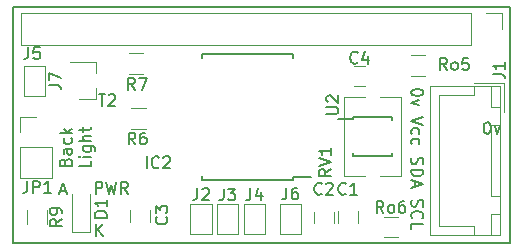
<source format=gbr>
%TF.GenerationSoftware,KiCad,Pcbnew,4.0.7*%
%TF.CreationDate,2018-11-26T14:01:30+00:00*%
%TF.ProjectId,LCD_Controller,4C43445F436F6E74726F6C6C65722E6B,rev?*%
%TF.FileFunction,Legend,Top*%
%FSLAX46Y46*%
G04 Gerber Fmt 4.6, Leading zero omitted, Abs format (unit mm)*
G04 Created by KiCad (PCBNEW 4.0.7) date 11/26/18 14:01:30*
%MOMM*%
%LPD*%
G01*
G04 APERTURE LIST*
%ADD10C,0.150000*%
%ADD11C,0.200000*%
%ADD12C,0.120000*%
G04 APERTURE END LIST*
D10*
X146753295Y-68562481D02*
X146753295Y-67562481D01*
X147324724Y-68562481D02*
X146896152Y-67991052D01*
X147324724Y-67562481D02*
X146753295Y-68133910D01*
X143754505Y-64771567D02*
X144230696Y-64771567D01*
X143659267Y-65057281D02*
X143992600Y-64057281D01*
X144325934Y-65057281D01*
X144188371Y-62313985D02*
X144235990Y-62171128D01*
X144283610Y-62123509D01*
X144378848Y-62075890D01*
X144521705Y-62075890D01*
X144616943Y-62123509D01*
X144664562Y-62171128D01*
X144712181Y-62266366D01*
X144712181Y-62647319D01*
X143712181Y-62647319D01*
X143712181Y-62313985D01*
X143759800Y-62218747D01*
X143807419Y-62171128D01*
X143902657Y-62123509D01*
X143997895Y-62123509D01*
X144093133Y-62171128D01*
X144140752Y-62218747D01*
X144188371Y-62313985D01*
X144188371Y-62647319D01*
X144712181Y-61218747D02*
X144188371Y-61218747D01*
X144093133Y-61266366D01*
X144045514Y-61361604D01*
X144045514Y-61552081D01*
X144093133Y-61647319D01*
X144664562Y-61218747D02*
X144712181Y-61313985D01*
X144712181Y-61552081D01*
X144664562Y-61647319D01*
X144569324Y-61694938D01*
X144474086Y-61694938D01*
X144378848Y-61647319D01*
X144331229Y-61552081D01*
X144331229Y-61313985D01*
X144283610Y-61218747D01*
X144664562Y-60313985D02*
X144712181Y-60409223D01*
X144712181Y-60599700D01*
X144664562Y-60694938D01*
X144616943Y-60742557D01*
X144521705Y-60790176D01*
X144235990Y-60790176D01*
X144140752Y-60742557D01*
X144093133Y-60694938D01*
X144045514Y-60599700D01*
X144045514Y-60409223D01*
X144093133Y-60313985D01*
X144712181Y-59885414D02*
X143712181Y-59885414D01*
X144331229Y-59790176D02*
X144712181Y-59504461D01*
X144045514Y-59504461D02*
X144426467Y-59885414D01*
X146362181Y-62218747D02*
X146362181Y-62694938D01*
X145362181Y-62694938D01*
X146362181Y-61885414D02*
X145695514Y-61885414D01*
X145362181Y-61885414D02*
X145409800Y-61933033D01*
X145457419Y-61885414D01*
X145409800Y-61837795D01*
X145362181Y-61885414D01*
X145457419Y-61885414D01*
X145695514Y-60980652D02*
X146505038Y-60980652D01*
X146600276Y-61028271D01*
X146647895Y-61075890D01*
X146695514Y-61171129D01*
X146695514Y-61313986D01*
X146647895Y-61409224D01*
X146314562Y-60980652D02*
X146362181Y-61075890D01*
X146362181Y-61266367D01*
X146314562Y-61361605D01*
X146266943Y-61409224D01*
X146171705Y-61456843D01*
X145885990Y-61456843D01*
X145790752Y-61409224D01*
X145743133Y-61361605D01*
X145695514Y-61266367D01*
X145695514Y-61075890D01*
X145743133Y-60980652D01*
X146362181Y-60504462D02*
X145362181Y-60504462D01*
X146362181Y-60075890D02*
X145838371Y-60075890D01*
X145743133Y-60123509D01*
X145695514Y-60218747D01*
X145695514Y-60361605D01*
X145743133Y-60456843D01*
X145790752Y-60504462D01*
X145695514Y-59742557D02*
X145695514Y-59361605D01*
X145362181Y-59599700D02*
X146219324Y-59599700D01*
X146314562Y-59552081D01*
X146362181Y-59456843D01*
X146362181Y-59361605D01*
X146735967Y-65006481D02*
X146735967Y-64006481D01*
X147116920Y-64006481D01*
X147212158Y-64054100D01*
X147259777Y-64101719D01*
X147307396Y-64196957D01*
X147307396Y-64339814D01*
X147259777Y-64435052D01*
X147212158Y-64482671D01*
X147116920Y-64530290D01*
X146735967Y-64530290D01*
X147640729Y-64006481D02*
X147878824Y-65006481D01*
X148069301Y-64292195D01*
X148259777Y-65006481D01*
X148497872Y-64006481D01*
X149450253Y-65006481D02*
X149116919Y-64530290D01*
X148878824Y-65006481D02*
X148878824Y-64006481D01*
X149259777Y-64006481D01*
X149355015Y-64054100D01*
X149402634Y-64101719D01*
X149450253Y-64196957D01*
X149450253Y-64339814D01*
X149402634Y-64435052D01*
X149355015Y-64482671D01*
X149259777Y-64530290D01*
X148878824Y-64530290D01*
X174474119Y-56383942D02*
X174474119Y-56479181D01*
X174426500Y-56574419D01*
X174378881Y-56622038D01*
X174283643Y-56669657D01*
X174093167Y-56717276D01*
X173855071Y-56717276D01*
X173664595Y-56669657D01*
X173569357Y-56622038D01*
X173521738Y-56574419D01*
X173474119Y-56479181D01*
X173474119Y-56383942D01*
X173521738Y-56288704D01*
X173569357Y-56241085D01*
X173664595Y-56193466D01*
X173855071Y-56145847D01*
X174093167Y-56145847D01*
X174283643Y-56193466D01*
X174378881Y-56241085D01*
X174426500Y-56288704D01*
X174474119Y-56383942D01*
X174140786Y-57050609D02*
X173474119Y-57288704D01*
X174140786Y-57526800D01*
X174474119Y-58526800D02*
X173474119Y-58860133D01*
X174474119Y-59193467D01*
X173521738Y-59955372D02*
X173474119Y-59860134D01*
X173474119Y-59669657D01*
X173521738Y-59574419D01*
X173569357Y-59526800D01*
X173664595Y-59479181D01*
X173950310Y-59479181D01*
X174045548Y-59526800D01*
X174093167Y-59574419D01*
X174140786Y-59669657D01*
X174140786Y-59860134D01*
X174093167Y-59955372D01*
X173521738Y-60812515D02*
X173474119Y-60717277D01*
X173474119Y-60526800D01*
X173521738Y-60431562D01*
X173569357Y-60383943D01*
X173664595Y-60336324D01*
X173950310Y-60336324D01*
X174045548Y-60383943D01*
X174093167Y-60431562D01*
X174140786Y-60526800D01*
X174140786Y-60717277D01*
X174093167Y-60812515D01*
X173521738Y-61955372D02*
X173474119Y-62098229D01*
X173474119Y-62336325D01*
X173521738Y-62431563D01*
X173569357Y-62479182D01*
X173664595Y-62526801D01*
X173759833Y-62526801D01*
X173855071Y-62479182D01*
X173902690Y-62431563D01*
X173950310Y-62336325D01*
X173997929Y-62145848D01*
X174045548Y-62050610D01*
X174093167Y-62002991D01*
X174188405Y-61955372D01*
X174283643Y-61955372D01*
X174378881Y-62002991D01*
X174426500Y-62050610D01*
X174474119Y-62145848D01*
X174474119Y-62383944D01*
X174426500Y-62526801D01*
X173474119Y-62955372D02*
X174474119Y-62955372D01*
X174474119Y-63193467D01*
X174426500Y-63336325D01*
X174331262Y-63431563D01*
X174236024Y-63479182D01*
X174045548Y-63526801D01*
X173902690Y-63526801D01*
X173712214Y-63479182D01*
X173616976Y-63431563D01*
X173521738Y-63336325D01*
X173474119Y-63193467D01*
X173474119Y-62955372D01*
X173759833Y-63907753D02*
X173759833Y-64383944D01*
X173474119Y-63812515D02*
X174474119Y-64145848D01*
X173474119Y-64479182D01*
X173521738Y-65526801D02*
X173474119Y-65669658D01*
X173474119Y-65907754D01*
X173521738Y-66002992D01*
X173569357Y-66050611D01*
X173664595Y-66098230D01*
X173759833Y-66098230D01*
X173855071Y-66050611D01*
X173902690Y-66002992D01*
X173950310Y-65907754D01*
X173997929Y-65717277D01*
X174045548Y-65622039D01*
X174093167Y-65574420D01*
X174188405Y-65526801D01*
X174283643Y-65526801D01*
X174378881Y-65574420D01*
X174426500Y-65622039D01*
X174474119Y-65717277D01*
X174474119Y-65955373D01*
X174426500Y-66098230D01*
X173569357Y-67098230D02*
X173521738Y-67050611D01*
X173474119Y-66907754D01*
X173474119Y-66812516D01*
X173521738Y-66669658D01*
X173616976Y-66574420D01*
X173712214Y-66526801D01*
X173902690Y-66479182D01*
X174045548Y-66479182D01*
X174236024Y-66526801D01*
X174331262Y-66574420D01*
X174426500Y-66669658D01*
X174474119Y-66812516D01*
X174474119Y-66907754D01*
X174426500Y-67050611D01*
X174378881Y-67098230D01*
X173474119Y-68002992D02*
X173474119Y-67526801D01*
X174474119Y-67526801D01*
D11*
X179847928Y-58939181D02*
X179943167Y-58939181D01*
X180038405Y-58986800D01*
X180086024Y-59034419D01*
X180133643Y-59129657D01*
X180181262Y-59320133D01*
X180181262Y-59558229D01*
X180133643Y-59748705D01*
X180086024Y-59843943D01*
X180038405Y-59891562D01*
X179943167Y-59939181D01*
X179847928Y-59939181D01*
X179752690Y-59891562D01*
X179705071Y-59843943D01*
X179657452Y-59748705D01*
X179609833Y-59558229D01*
X179609833Y-59320133D01*
X179657452Y-59129657D01*
X179705071Y-59034419D01*
X179752690Y-58986800D01*
X179847928Y-58939181D01*
X180514595Y-59272514D02*
X180752690Y-59939181D01*
X180990786Y-59272514D01*
D10*
X181787800Y-69189600D02*
X181787800Y-49174400D01*
X139776200Y-69189600D02*
X181787800Y-69189600D01*
X139776200Y-49174400D02*
X139776200Y-69189600D01*
X181813200Y-49174400D02*
X139776200Y-49174400D01*
D12*
X167234500Y-66479800D02*
X167234500Y-67479800D01*
X168934500Y-67479800D02*
X168934500Y-66479800D01*
X165215200Y-66517900D02*
X165215200Y-67517900D01*
X166915200Y-67517900D02*
X166915200Y-66517900D01*
X149670400Y-66390900D02*
X149670400Y-67390900D01*
X151370400Y-67390900D02*
X151370400Y-66390900D01*
X169587800Y-54179100D02*
X168587800Y-54179100D01*
X168587800Y-55879100D02*
X169587800Y-55879100D01*
X146266600Y-65052700D02*
X146266600Y-68252700D01*
X144766600Y-68252700D02*
X144766600Y-65052700D01*
X144766600Y-68252700D02*
X146266600Y-68252700D01*
D10*
X163463200Y-63833900D02*
X163463200Y-63558900D01*
X155713200Y-63833900D02*
X155713200Y-63478900D01*
X155713200Y-53183900D02*
X155713200Y-53538900D01*
X163463200Y-53183900D02*
X163463200Y-53538900D01*
X163463200Y-63833900D02*
X155713200Y-63833900D01*
X163463200Y-53183900D02*
X155713200Y-53183900D01*
X163463200Y-63558900D02*
X164988200Y-63558900D01*
D12*
X154773900Y-65874900D02*
X154773900Y-68414900D01*
X156553900Y-68414900D02*
X156553900Y-65874900D01*
X156553900Y-68414900D02*
X154773900Y-68414900D01*
X154773900Y-65874900D02*
X156553900Y-65874900D01*
X157021800Y-65887600D02*
X157021800Y-68427600D01*
X158801800Y-68427600D02*
X158801800Y-65887600D01*
X158801800Y-68427600D02*
X157021800Y-68427600D01*
X157021800Y-65887600D02*
X158801800Y-65887600D01*
X159269700Y-65887600D02*
X159269700Y-68427600D01*
X161049700Y-68427600D02*
X161049700Y-65887600D01*
X161049700Y-68427600D02*
X159269700Y-68427600D01*
X159269700Y-65887600D02*
X161049700Y-65887600D01*
X140402000Y-49724000D02*
X140402000Y-52384000D01*
X178562000Y-49724000D02*
X140402000Y-49724000D01*
X178562000Y-52384000D02*
X140402000Y-52384000D01*
X178562000Y-49724000D02*
X178562000Y-52384000D01*
X179832000Y-49724000D02*
X181162000Y-49724000D01*
X181162000Y-49724000D02*
X181162000Y-51054000D01*
X162381200Y-65874900D02*
X162381200Y-68414900D01*
X164161200Y-68414900D02*
X164161200Y-65874900D01*
X164161200Y-68414900D02*
X162381200Y-68414900D01*
X162381200Y-65874900D02*
X164161200Y-65874900D01*
X140351200Y-63674300D02*
X143011200Y-63674300D01*
X140351200Y-61074300D02*
X140351200Y-63674300D01*
X143011200Y-61074300D02*
X143011200Y-63674300D01*
X140351200Y-61074300D02*
X143011200Y-61074300D01*
X140351200Y-59804300D02*
X140351200Y-58474300D01*
X140351200Y-58474300D02*
X141681200Y-58474300D01*
X150968000Y-59503200D02*
X149768000Y-59503200D01*
X149768000Y-57743200D02*
X150968000Y-57743200D01*
X150752100Y-54842300D02*
X149552100Y-54842300D01*
X149552100Y-53082300D02*
X150752100Y-53082300D01*
X140890100Y-67579800D02*
X140890100Y-66379800D01*
X142650100Y-66379800D02*
X142650100Y-67579800D01*
X174602700Y-55007400D02*
X173402700Y-55007400D01*
X173402700Y-53247400D02*
X174602700Y-53247400D01*
X172329400Y-68698000D02*
X171129400Y-68698000D01*
X171129400Y-66938000D02*
X172329400Y-66938000D01*
X167770000Y-56787200D02*
X169569000Y-56787200D01*
X170791000Y-56787200D02*
X172590000Y-56787200D01*
X167770000Y-63507200D02*
X169569000Y-63507200D01*
X170791000Y-63507200D02*
X172590000Y-63507200D01*
X172590000Y-56787200D02*
X172590000Y-63507200D01*
X167770000Y-56787200D02*
X167770000Y-63507200D01*
X146771900Y-57015500D02*
X146771900Y-56085500D01*
X146771900Y-53855500D02*
X146771900Y-54785500D01*
X146771900Y-53855500D02*
X144611900Y-53855500D01*
X146771900Y-57015500D02*
X145311900Y-57015500D01*
D10*
X168505000Y-58484900D02*
X168505000Y-58659900D01*
X171855000Y-58484900D02*
X171855000Y-58734900D01*
X171855000Y-61834900D02*
X171855000Y-61584900D01*
X168505000Y-61834900D02*
X168505000Y-61584900D01*
X168505000Y-58484900D02*
X171855000Y-58484900D01*
X168505000Y-61834900D02*
X171855000Y-61834900D01*
X168505000Y-58659900D02*
X167255000Y-58659900D01*
D12*
X140689600Y-54190900D02*
X140689600Y-56730900D01*
X142469600Y-56730900D02*
X142469600Y-54190900D01*
X142469600Y-56730900D02*
X140689600Y-56730900D01*
X140689600Y-54190900D02*
X142469600Y-54190900D01*
X180986600Y-55895400D02*
X175036600Y-55895400D01*
X175036600Y-55895400D02*
X175036600Y-68495400D01*
X175036600Y-68495400D02*
X180986600Y-68495400D01*
X180986600Y-68495400D02*
X180986600Y-55895400D01*
X180986600Y-59195400D02*
X180236600Y-59195400D01*
X180236600Y-59195400D02*
X180236600Y-65195400D01*
X180236600Y-65195400D02*
X180986600Y-65195400D01*
X180986600Y-65195400D02*
X180986600Y-59195400D01*
X180986600Y-55895400D02*
X180236600Y-55895400D01*
X180236600Y-55895400D02*
X180236600Y-57695400D01*
X180236600Y-57695400D02*
X180986600Y-57695400D01*
X180986600Y-57695400D02*
X180986600Y-55895400D01*
X180986600Y-66695400D02*
X180236600Y-66695400D01*
X180236600Y-66695400D02*
X180236600Y-68495400D01*
X180236600Y-68495400D02*
X180986600Y-68495400D01*
X180986600Y-68495400D02*
X180986600Y-66695400D01*
X178736600Y-55895400D02*
X178736600Y-56645400D01*
X178736600Y-56645400D02*
X175786600Y-56645400D01*
X175786600Y-56645400D02*
X175786600Y-62195400D01*
X178736600Y-68495400D02*
X178736600Y-67745400D01*
X178736600Y-67745400D02*
X175786600Y-67745400D01*
X175786600Y-67745400D02*
X175786600Y-62195400D01*
X181286600Y-58095400D02*
X181286600Y-55595400D01*
X181286600Y-55595400D02*
X178786600Y-55595400D01*
D10*
X167917834Y-64987443D02*
X167870215Y-65035062D01*
X167727358Y-65082681D01*
X167632120Y-65082681D01*
X167489262Y-65035062D01*
X167394024Y-64939824D01*
X167346405Y-64844586D01*
X167298786Y-64654110D01*
X167298786Y-64511252D01*
X167346405Y-64320776D01*
X167394024Y-64225538D01*
X167489262Y-64130300D01*
X167632120Y-64082681D01*
X167727358Y-64082681D01*
X167870215Y-64130300D01*
X167917834Y-64177919D01*
X168870215Y-65082681D02*
X168298786Y-65082681D01*
X168584500Y-65082681D02*
X168584500Y-64082681D01*
X168489262Y-64225538D01*
X168394024Y-64320776D01*
X168298786Y-64368395D01*
X165885834Y-64987443D02*
X165838215Y-65035062D01*
X165695358Y-65082681D01*
X165600120Y-65082681D01*
X165457262Y-65035062D01*
X165362024Y-64939824D01*
X165314405Y-64844586D01*
X165266786Y-64654110D01*
X165266786Y-64511252D01*
X165314405Y-64320776D01*
X165362024Y-64225538D01*
X165457262Y-64130300D01*
X165600120Y-64082681D01*
X165695358Y-64082681D01*
X165838215Y-64130300D01*
X165885834Y-64177919D01*
X166266786Y-64177919D02*
X166314405Y-64130300D01*
X166409643Y-64082681D01*
X166647739Y-64082681D01*
X166742977Y-64130300D01*
X166790596Y-64177919D01*
X166838215Y-64273157D01*
X166838215Y-64368395D01*
X166790596Y-64511252D01*
X166219167Y-65082681D01*
X166838215Y-65082681D01*
X152719043Y-66968666D02*
X152766662Y-67016285D01*
X152814281Y-67159142D01*
X152814281Y-67254380D01*
X152766662Y-67397238D01*
X152671424Y-67492476D01*
X152576186Y-67540095D01*
X152385710Y-67587714D01*
X152242852Y-67587714D01*
X152052376Y-67540095D01*
X151957138Y-67492476D01*
X151861900Y-67397238D01*
X151814281Y-67254380D01*
X151814281Y-67159142D01*
X151861900Y-67016285D01*
X151909519Y-66968666D01*
X151814281Y-66635333D02*
X151814281Y-66016285D01*
X152195233Y-66349619D01*
X152195233Y-66206761D01*
X152242852Y-66111523D01*
X152290471Y-66063904D01*
X152385710Y-66016285D01*
X152623805Y-66016285D01*
X152719043Y-66063904D01*
X152766662Y-66111523D01*
X152814281Y-66206761D01*
X152814281Y-66492476D01*
X152766662Y-66587714D01*
X152719043Y-66635333D01*
X168921134Y-53886243D02*
X168873515Y-53933862D01*
X168730658Y-53981481D01*
X168635420Y-53981481D01*
X168492562Y-53933862D01*
X168397324Y-53838624D01*
X168349705Y-53743386D01*
X168302086Y-53552910D01*
X168302086Y-53410052D01*
X168349705Y-53219576D01*
X168397324Y-53124338D01*
X168492562Y-53029100D01*
X168635420Y-52981481D01*
X168730658Y-52981481D01*
X168873515Y-53029100D01*
X168921134Y-53076719D01*
X169778277Y-53314814D02*
X169778277Y-53981481D01*
X169540181Y-52933862D02*
X169302086Y-53648148D01*
X169921134Y-53648148D01*
X147670781Y-67019395D02*
X146670781Y-67019395D01*
X146670781Y-66781300D01*
X146718400Y-66638442D01*
X146813638Y-66543204D01*
X146908876Y-66495585D01*
X147099352Y-66447966D01*
X147242210Y-66447966D01*
X147432686Y-66495585D01*
X147527924Y-66543204D01*
X147623162Y-66638442D01*
X147670781Y-66781300D01*
X147670781Y-67019395D01*
X147670781Y-65495585D02*
X147670781Y-66067014D01*
X147670781Y-65781300D02*
X146670781Y-65781300D01*
X146813638Y-65876538D01*
X146908876Y-65971776D01*
X146956495Y-66067014D01*
X151055510Y-62847481D02*
X151055510Y-61847481D01*
X152103129Y-62752243D02*
X152055510Y-62799862D01*
X151912653Y-62847481D01*
X151817415Y-62847481D01*
X151674557Y-62799862D01*
X151579319Y-62704624D01*
X151531700Y-62609386D01*
X151484081Y-62418910D01*
X151484081Y-62276052D01*
X151531700Y-62085576D01*
X151579319Y-61990338D01*
X151674557Y-61895100D01*
X151817415Y-61847481D01*
X151912653Y-61847481D01*
X152055510Y-61895100D01*
X152103129Y-61942719D01*
X152484081Y-61942719D02*
X152531700Y-61895100D01*
X152626938Y-61847481D01*
X152865034Y-61847481D01*
X152960272Y-61895100D01*
X153007891Y-61942719D01*
X153055510Y-62037957D01*
X153055510Y-62133195D01*
X153007891Y-62276052D01*
X152436462Y-62847481D01*
X153055510Y-62847481D01*
X155355967Y-64527181D02*
X155355967Y-65241467D01*
X155308347Y-65384324D01*
X155213109Y-65479562D01*
X155070252Y-65527181D01*
X154975014Y-65527181D01*
X155784538Y-64622419D02*
X155832157Y-64574800D01*
X155927395Y-64527181D01*
X156165491Y-64527181D01*
X156260729Y-64574800D01*
X156308348Y-64622419D01*
X156355967Y-64717657D01*
X156355967Y-64812895D01*
X156308348Y-64955752D01*
X155736919Y-65527181D01*
X156355967Y-65527181D01*
X157578467Y-64577981D02*
X157578467Y-65292267D01*
X157530847Y-65435124D01*
X157435609Y-65530362D01*
X157292752Y-65577981D01*
X157197514Y-65577981D01*
X157959419Y-64577981D02*
X158578467Y-64577981D01*
X158245133Y-64958933D01*
X158387991Y-64958933D01*
X158483229Y-65006552D01*
X158530848Y-65054171D01*
X158578467Y-65149410D01*
X158578467Y-65387505D01*
X158530848Y-65482743D01*
X158483229Y-65530362D01*
X158387991Y-65577981D01*
X158102276Y-65577981D01*
X158007038Y-65530362D01*
X157959419Y-65482743D01*
X159851767Y-64552581D02*
X159851767Y-65266867D01*
X159804147Y-65409724D01*
X159708909Y-65504962D01*
X159566052Y-65552581D01*
X159470814Y-65552581D01*
X160756529Y-64885914D02*
X160756529Y-65552581D01*
X160518433Y-64504962D02*
X160280338Y-65219248D01*
X160899386Y-65219248D01*
X141043067Y-52589181D02*
X141043067Y-53303467D01*
X140995447Y-53446324D01*
X140900209Y-53541562D01*
X140757352Y-53589181D01*
X140662114Y-53589181D01*
X141995448Y-52589181D02*
X141519257Y-52589181D01*
X141471638Y-53065371D01*
X141519257Y-53017752D01*
X141614495Y-52970133D01*
X141852591Y-52970133D01*
X141947829Y-53017752D01*
X141995448Y-53065371D01*
X142043067Y-53160610D01*
X142043067Y-53398705D01*
X141995448Y-53493943D01*
X141947829Y-53541562D01*
X141852591Y-53589181D01*
X141614495Y-53589181D01*
X141519257Y-53541562D01*
X141471638Y-53493943D01*
X162899767Y-64489081D02*
X162899767Y-65203367D01*
X162852147Y-65346224D01*
X162756909Y-65441462D01*
X162614052Y-65489081D01*
X162518814Y-65489081D01*
X163804529Y-64489081D02*
X163614052Y-64489081D01*
X163518814Y-64536700D01*
X163471195Y-64584319D01*
X163375957Y-64727176D01*
X163328338Y-64917652D01*
X163328338Y-65298605D01*
X163375957Y-65393843D01*
X163423576Y-65441462D01*
X163518814Y-65489081D01*
X163709291Y-65489081D01*
X163804529Y-65441462D01*
X163852148Y-65393843D01*
X163899767Y-65298605D01*
X163899767Y-65060510D01*
X163852148Y-64965271D01*
X163804529Y-64917652D01*
X163709291Y-64870033D01*
X163518814Y-64870033D01*
X163423576Y-64917652D01*
X163375957Y-64965271D01*
X163328338Y-65060510D01*
X140962167Y-63930281D02*
X140962167Y-64644567D01*
X140914547Y-64787424D01*
X140819309Y-64882662D01*
X140676452Y-64930281D01*
X140581214Y-64930281D01*
X141438357Y-64930281D02*
X141438357Y-63930281D01*
X141819310Y-63930281D01*
X141914548Y-63977900D01*
X141962167Y-64025519D01*
X142009786Y-64120757D01*
X142009786Y-64263614D01*
X141962167Y-64358852D01*
X141914548Y-64406471D01*
X141819310Y-64454090D01*
X141438357Y-64454090D01*
X142962167Y-64930281D02*
X142390738Y-64930281D01*
X142676452Y-64930281D02*
X142676452Y-63930281D01*
X142581214Y-64073138D01*
X142485976Y-64168376D01*
X142390738Y-64215995D01*
X150099734Y-60828181D02*
X149766400Y-60351990D01*
X149528305Y-60828181D02*
X149528305Y-59828181D01*
X149909258Y-59828181D01*
X150004496Y-59875800D01*
X150052115Y-59923419D01*
X150099734Y-60018657D01*
X150099734Y-60161514D01*
X150052115Y-60256752D01*
X150004496Y-60304371D01*
X149909258Y-60351990D01*
X149528305Y-60351990D01*
X150956877Y-59828181D02*
X150766400Y-59828181D01*
X150671162Y-59875800D01*
X150623543Y-59923419D01*
X150528305Y-60066276D01*
X150480686Y-60256752D01*
X150480686Y-60637705D01*
X150528305Y-60732943D01*
X150575924Y-60780562D01*
X150671162Y-60828181D01*
X150861639Y-60828181D01*
X150956877Y-60780562D01*
X151004496Y-60732943D01*
X151052115Y-60637705D01*
X151052115Y-60399610D01*
X151004496Y-60304371D01*
X150956877Y-60256752D01*
X150861639Y-60209133D01*
X150671162Y-60209133D01*
X150575924Y-60256752D01*
X150528305Y-60304371D01*
X150480686Y-60399610D01*
X150061634Y-56192681D02*
X149728300Y-55716490D01*
X149490205Y-56192681D02*
X149490205Y-55192681D01*
X149871158Y-55192681D01*
X149966396Y-55240300D01*
X150014015Y-55287919D01*
X150061634Y-55383157D01*
X150061634Y-55526014D01*
X150014015Y-55621252D01*
X149966396Y-55668871D01*
X149871158Y-55716490D01*
X149490205Y-55716490D01*
X150394967Y-55192681D02*
X151061634Y-55192681D01*
X150633062Y-56192681D01*
X143872481Y-67146466D02*
X143396290Y-67479800D01*
X143872481Y-67717895D02*
X142872481Y-67717895D01*
X142872481Y-67336942D01*
X142920100Y-67241704D01*
X142967719Y-67194085D01*
X143062957Y-67146466D01*
X143205814Y-67146466D01*
X143301052Y-67194085D01*
X143348671Y-67241704D01*
X143396290Y-67336942D01*
X143396290Y-67717895D01*
X143872481Y-66670276D02*
X143872481Y-66479800D01*
X143824862Y-66384561D01*
X143777243Y-66336942D01*
X143634386Y-66241704D01*
X143443910Y-66194085D01*
X143062957Y-66194085D01*
X142967719Y-66241704D01*
X142920100Y-66289323D01*
X142872481Y-66384561D01*
X142872481Y-66575038D01*
X142920100Y-66670276D01*
X142967719Y-66717895D01*
X143062957Y-66765514D01*
X143301052Y-66765514D01*
X143396290Y-66717895D01*
X143443910Y-66670276D01*
X143491529Y-66575038D01*
X143491529Y-66384561D01*
X143443910Y-66289323D01*
X143396290Y-66241704D01*
X143301052Y-66194085D01*
X176482453Y-54528981D02*
X176149119Y-54052790D01*
X175911024Y-54528981D02*
X175911024Y-53528981D01*
X176291977Y-53528981D01*
X176387215Y-53576600D01*
X176434834Y-53624219D01*
X176482453Y-53719457D01*
X176482453Y-53862314D01*
X176434834Y-53957552D01*
X176387215Y-54005171D01*
X176291977Y-54052790D01*
X175911024Y-54052790D01*
X177053881Y-54528981D02*
X176958643Y-54481362D01*
X176911024Y-54433743D01*
X176863405Y-54338505D01*
X176863405Y-54052790D01*
X176911024Y-53957552D01*
X176958643Y-53909933D01*
X177053881Y-53862314D01*
X177196739Y-53862314D01*
X177291977Y-53909933D01*
X177339596Y-53957552D01*
X177387215Y-54052790D01*
X177387215Y-54338505D01*
X177339596Y-54433743D01*
X177291977Y-54481362D01*
X177196739Y-54528981D01*
X177053881Y-54528981D01*
X178291977Y-53528981D02*
X177815786Y-53528981D01*
X177768167Y-54005171D01*
X177815786Y-53957552D01*
X177911024Y-53909933D01*
X178149120Y-53909933D01*
X178244358Y-53957552D01*
X178291977Y-54005171D01*
X178339596Y-54100410D01*
X178339596Y-54338505D01*
X178291977Y-54433743D01*
X178244358Y-54481362D01*
X178149120Y-54528981D01*
X177911024Y-54528981D01*
X177815786Y-54481362D01*
X177768167Y-54433743D01*
X171110353Y-66620381D02*
X170777019Y-66144190D01*
X170538924Y-66620381D02*
X170538924Y-65620381D01*
X170919877Y-65620381D01*
X171015115Y-65668000D01*
X171062734Y-65715619D01*
X171110353Y-65810857D01*
X171110353Y-65953714D01*
X171062734Y-66048952D01*
X171015115Y-66096571D01*
X170919877Y-66144190D01*
X170538924Y-66144190D01*
X171681781Y-66620381D02*
X171586543Y-66572762D01*
X171538924Y-66525143D01*
X171491305Y-66429905D01*
X171491305Y-66144190D01*
X171538924Y-66048952D01*
X171586543Y-66001333D01*
X171681781Y-65953714D01*
X171824639Y-65953714D01*
X171919877Y-66001333D01*
X171967496Y-66048952D01*
X172015115Y-66144190D01*
X172015115Y-66429905D01*
X171967496Y-66525143D01*
X171919877Y-66572762D01*
X171824639Y-66620381D01*
X171681781Y-66620381D01*
X172872258Y-65620381D02*
X172681781Y-65620381D01*
X172586543Y-65668000D01*
X172538924Y-65715619D01*
X172443686Y-65858476D01*
X172396067Y-66048952D01*
X172396067Y-66429905D01*
X172443686Y-66525143D01*
X172491305Y-66572762D01*
X172586543Y-66620381D01*
X172777020Y-66620381D01*
X172872258Y-66572762D01*
X172919877Y-66525143D01*
X172967496Y-66429905D01*
X172967496Y-66191810D01*
X172919877Y-66096571D01*
X172872258Y-66048952D01*
X172777020Y-66001333D01*
X172586543Y-66001333D01*
X172491305Y-66048952D01*
X172443686Y-66096571D01*
X172396067Y-66191810D01*
X166644581Y-62926838D02*
X166168390Y-63260172D01*
X166644581Y-63498267D02*
X165644581Y-63498267D01*
X165644581Y-63117314D01*
X165692200Y-63022076D01*
X165739819Y-62974457D01*
X165835057Y-62926838D01*
X165977914Y-62926838D01*
X166073152Y-62974457D01*
X166120771Y-63022076D01*
X166168390Y-63117314D01*
X166168390Y-63498267D01*
X165644581Y-62641124D02*
X166644581Y-62307791D01*
X165644581Y-61974457D01*
X166644581Y-61117314D02*
X166644581Y-61688743D01*
X166644581Y-61403029D02*
X165644581Y-61403029D01*
X165787438Y-61498267D01*
X165882676Y-61593505D01*
X165930295Y-61688743D01*
X146989895Y-56589681D02*
X147561324Y-56589681D01*
X147275609Y-57589681D02*
X147275609Y-56589681D01*
X147847038Y-56684919D02*
X147894657Y-56637300D01*
X147989895Y-56589681D01*
X148227991Y-56589681D01*
X148323229Y-56637300D01*
X148370848Y-56684919D01*
X148418467Y-56780157D01*
X148418467Y-56875395D01*
X148370848Y-57018252D01*
X147799419Y-57589681D01*
X148418467Y-57589681D01*
X166279581Y-58242105D02*
X167089105Y-58242105D01*
X167184343Y-58194486D01*
X167231962Y-58146867D01*
X167279581Y-58051629D01*
X167279581Y-57861152D01*
X167231962Y-57765914D01*
X167184343Y-57718295D01*
X167089105Y-57670676D01*
X166279581Y-57670676D01*
X166374819Y-57242105D02*
X166327200Y-57194486D01*
X166279581Y-57099248D01*
X166279581Y-56861152D01*
X166327200Y-56765914D01*
X166374819Y-56718295D01*
X166470057Y-56670676D01*
X166565295Y-56670676D01*
X166708152Y-56718295D01*
X167279581Y-57289724D01*
X167279581Y-56670676D01*
X142811981Y-55794233D02*
X143526267Y-55794233D01*
X143669124Y-55841853D01*
X143764362Y-55937091D01*
X143811981Y-56079948D01*
X143811981Y-56175186D01*
X142811981Y-55413281D02*
X142811981Y-54746614D01*
X143811981Y-55175186D01*
X180389281Y-54867133D02*
X181103567Y-54867133D01*
X181246424Y-54914753D01*
X181341662Y-55009991D01*
X181389281Y-55152848D01*
X181389281Y-55248086D01*
X181389281Y-53867133D02*
X181389281Y-54438562D01*
X181389281Y-54152848D02*
X180389281Y-54152848D01*
X180532138Y-54248086D01*
X180627376Y-54343324D01*
X180674995Y-54438562D01*
M02*

</source>
